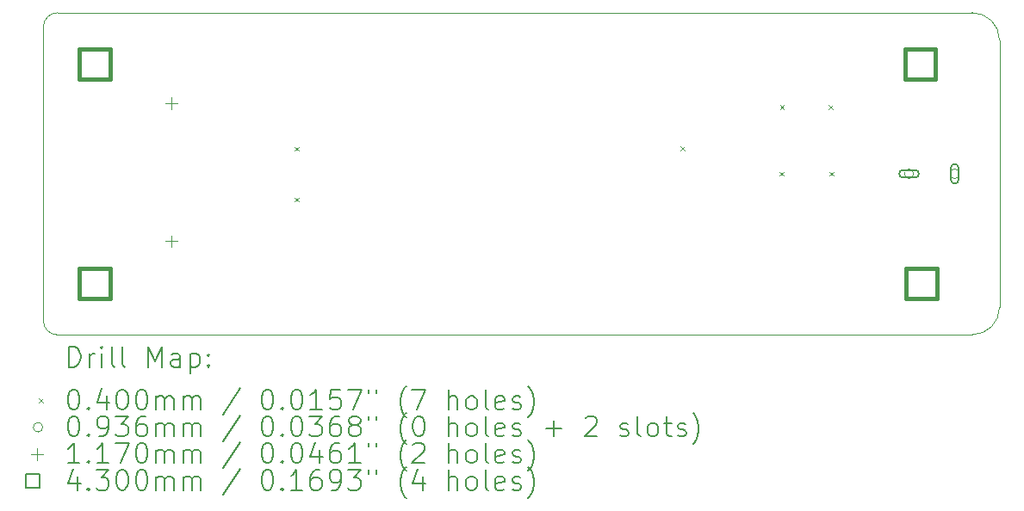
<source format=gbr>
%FSLAX45Y45*%
G04 Gerber Fmt 4.5, Leading zero omitted, Abs format (unit mm)*
G04 Created by KiCad (PCBNEW (6.0.2)) date 2022-08-27 15:51:44*
%MOMM*%
%LPD*%
G01*
G04 APERTURE LIST*
%TA.AperFunction,Profile*%
%ADD10C,0.100000*%
%TD*%
%ADD11C,0.200000*%
%ADD12C,0.040000*%
%ADD13C,0.093560*%
%ADD14C,0.117000*%
%ADD15C,0.430000*%
G04 APERTURE END LIST*
D10*
X10438995Y-11301005D02*
X19430000Y-11300000D01*
X10300000Y-8270000D02*
X10298995Y-11161005D01*
X19700000Y-11030000D02*
X19700000Y-8400000D01*
X19700000Y-8400000D02*
G75*
G03*
X19430000Y-8130000I-270000J0D01*
G01*
X10298995Y-11161005D02*
G75*
G03*
X10438995Y-11301005I140000J0D01*
G01*
X10440000Y-8130000D02*
G75*
G03*
X10300000Y-8270000I0J-140000D01*
G01*
X19430000Y-8130000D02*
X10440000Y-8130000D01*
X19430000Y-11300000D02*
G75*
G03*
X19700000Y-11030000I0J270000D01*
G01*
D11*
D12*
X12770000Y-9450000D02*
X12810000Y-9490000D01*
X12810000Y-9450000D02*
X12770000Y-9490000D01*
X12770000Y-9950000D02*
X12810000Y-9990000D01*
X12810000Y-9950000D02*
X12770000Y-9990000D01*
X16565000Y-9445000D02*
X16605000Y-9485000D01*
X16605000Y-9445000D02*
X16565000Y-9485000D01*
X17534500Y-9695500D02*
X17574500Y-9735500D01*
X17574500Y-9695500D02*
X17534500Y-9735500D01*
X17540000Y-9040000D02*
X17580000Y-9080000D01*
X17580000Y-9040000D02*
X17540000Y-9080000D01*
X18020000Y-9040000D02*
X18060000Y-9080000D01*
X18060000Y-9040000D02*
X18020000Y-9080000D01*
X18026700Y-9695500D02*
X18066700Y-9735500D01*
X18066700Y-9695500D02*
X18026700Y-9735500D01*
D13*
X18856780Y-9715500D02*
G75*
G03*
X18856780Y-9715500I-46780J0D01*
G01*
D11*
X18749200Y-9752280D02*
X18870800Y-9752280D01*
X18749200Y-9678720D02*
X18870800Y-9678720D01*
X18870800Y-9752280D02*
G75*
G03*
X18870800Y-9678720I0J36780D01*
G01*
X18749200Y-9678720D02*
G75*
G03*
X18749200Y-9752280I0J-36780D01*
G01*
D13*
X19306780Y-9715500D02*
G75*
G03*
X19306780Y-9715500I-46780J0D01*
G01*
D11*
X19296780Y-9776300D02*
X19296780Y-9654700D01*
X19223220Y-9776300D02*
X19223220Y-9654700D01*
X19296780Y-9654700D02*
G75*
G03*
X19223220Y-9654700I-36780J0D01*
G01*
X19223220Y-9776300D02*
G75*
G03*
X19296780Y-9776300I36780J0D01*
G01*
D14*
X11557200Y-8962000D02*
X11557200Y-9079000D01*
X11498700Y-9020500D02*
X11615700Y-9020500D01*
X11557200Y-10321000D02*
X11557200Y-10438000D01*
X11498700Y-10379500D02*
X11615700Y-10379500D01*
D15*
X10959729Y-8788029D02*
X10959729Y-8483971D01*
X10655671Y-8483971D01*
X10655671Y-8788029D01*
X10959729Y-8788029D01*
X10959729Y-10947029D02*
X10959729Y-10642971D01*
X10655671Y-10642971D01*
X10655671Y-10947029D01*
X10959729Y-10947029D01*
X19072029Y-8788029D02*
X19072029Y-8483971D01*
X18767971Y-8483971D01*
X18767971Y-8788029D01*
X19072029Y-8788029D01*
X19082029Y-10947029D02*
X19082029Y-10642971D01*
X18777971Y-10642971D01*
X18777971Y-10947029D01*
X19082029Y-10947029D01*
D11*
X10551614Y-11616481D02*
X10551614Y-11416481D01*
X10599233Y-11416481D01*
X10627804Y-11426005D01*
X10646852Y-11445053D01*
X10656376Y-11464100D01*
X10665900Y-11502195D01*
X10665900Y-11530767D01*
X10656376Y-11568862D01*
X10646852Y-11587910D01*
X10627804Y-11606957D01*
X10599233Y-11616481D01*
X10551614Y-11616481D01*
X10751614Y-11616481D02*
X10751614Y-11483148D01*
X10751614Y-11521243D02*
X10761138Y-11502195D01*
X10770662Y-11492672D01*
X10789709Y-11483148D01*
X10808757Y-11483148D01*
X10875423Y-11616481D02*
X10875423Y-11483148D01*
X10875423Y-11416481D02*
X10865900Y-11426005D01*
X10875423Y-11435529D01*
X10884947Y-11426005D01*
X10875423Y-11416481D01*
X10875423Y-11435529D01*
X10999233Y-11616481D02*
X10980185Y-11606957D01*
X10970662Y-11587910D01*
X10970662Y-11416481D01*
X11103995Y-11616481D02*
X11084947Y-11606957D01*
X11075423Y-11587910D01*
X11075423Y-11416481D01*
X11332566Y-11616481D02*
X11332566Y-11416481D01*
X11399233Y-11559338D01*
X11465900Y-11416481D01*
X11465900Y-11616481D01*
X11646852Y-11616481D02*
X11646852Y-11511719D01*
X11637328Y-11492672D01*
X11618281Y-11483148D01*
X11580185Y-11483148D01*
X11561138Y-11492672D01*
X11646852Y-11606957D02*
X11627804Y-11616481D01*
X11580185Y-11616481D01*
X11561138Y-11606957D01*
X11551614Y-11587910D01*
X11551614Y-11568862D01*
X11561138Y-11549815D01*
X11580185Y-11540291D01*
X11627804Y-11540291D01*
X11646852Y-11530767D01*
X11742090Y-11483148D02*
X11742090Y-11683148D01*
X11742090Y-11492672D02*
X11761138Y-11483148D01*
X11799233Y-11483148D01*
X11818281Y-11492672D01*
X11827804Y-11502195D01*
X11837328Y-11521243D01*
X11837328Y-11578386D01*
X11827804Y-11597434D01*
X11818281Y-11606957D01*
X11799233Y-11616481D01*
X11761138Y-11616481D01*
X11742090Y-11606957D01*
X11923042Y-11597434D02*
X11932566Y-11606957D01*
X11923042Y-11616481D01*
X11913519Y-11606957D01*
X11923042Y-11597434D01*
X11923042Y-11616481D01*
X11923042Y-11492672D02*
X11932566Y-11502195D01*
X11923042Y-11511719D01*
X11913519Y-11502195D01*
X11923042Y-11492672D01*
X11923042Y-11511719D01*
D12*
X10253995Y-11926005D02*
X10293995Y-11966005D01*
X10293995Y-11926005D02*
X10253995Y-11966005D01*
D11*
X10589709Y-11836481D02*
X10608757Y-11836481D01*
X10627804Y-11846005D01*
X10637328Y-11855529D01*
X10646852Y-11874576D01*
X10656376Y-11912672D01*
X10656376Y-11960291D01*
X10646852Y-11998386D01*
X10637328Y-12017434D01*
X10627804Y-12026957D01*
X10608757Y-12036481D01*
X10589709Y-12036481D01*
X10570662Y-12026957D01*
X10561138Y-12017434D01*
X10551614Y-11998386D01*
X10542090Y-11960291D01*
X10542090Y-11912672D01*
X10551614Y-11874576D01*
X10561138Y-11855529D01*
X10570662Y-11846005D01*
X10589709Y-11836481D01*
X10742090Y-12017434D02*
X10751614Y-12026957D01*
X10742090Y-12036481D01*
X10732566Y-12026957D01*
X10742090Y-12017434D01*
X10742090Y-12036481D01*
X10923043Y-11903148D02*
X10923043Y-12036481D01*
X10875423Y-11826957D02*
X10827804Y-11969815D01*
X10951614Y-11969815D01*
X11065900Y-11836481D02*
X11084947Y-11836481D01*
X11103995Y-11846005D01*
X11113519Y-11855529D01*
X11123043Y-11874576D01*
X11132566Y-11912672D01*
X11132566Y-11960291D01*
X11123043Y-11998386D01*
X11113519Y-12017434D01*
X11103995Y-12026957D01*
X11084947Y-12036481D01*
X11065900Y-12036481D01*
X11046852Y-12026957D01*
X11037328Y-12017434D01*
X11027804Y-11998386D01*
X11018281Y-11960291D01*
X11018281Y-11912672D01*
X11027804Y-11874576D01*
X11037328Y-11855529D01*
X11046852Y-11846005D01*
X11065900Y-11836481D01*
X11256376Y-11836481D02*
X11275423Y-11836481D01*
X11294471Y-11846005D01*
X11303995Y-11855529D01*
X11313519Y-11874576D01*
X11323042Y-11912672D01*
X11323042Y-11960291D01*
X11313519Y-11998386D01*
X11303995Y-12017434D01*
X11294471Y-12026957D01*
X11275423Y-12036481D01*
X11256376Y-12036481D01*
X11237328Y-12026957D01*
X11227804Y-12017434D01*
X11218281Y-11998386D01*
X11208757Y-11960291D01*
X11208757Y-11912672D01*
X11218281Y-11874576D01*
X11227804Y-11855529D01*
X11237328Y-11846005D01*
X11256376Y-11836481D01*
X11408757Y-12036481D02*
X11408757Y-11903148D01*
X11408757Y-11922195D02*
X11418281Y-11912672D01*
X11437328Y-11903148D01*
X11465900Y-11903148D01*
X11484947Y-11912672D01*
X11494471Y-11931719D01*
X11494471Y-12036481D01*
X11494471Y-11931719D02*
X11503995Y-11912672D01*
X11523042Y-11903148D01*
X11551614Y-11903148D01*
X11570661Y-11912672D01*
X11580185Y-11931719D01*
X11580185Y-12036481D01*
X11675423Y-12036481D02*
X11675423Y-11903148D01*
X11675423Y-11922195D02*
X11684947Y-11912672D01*
X11703995Y-11903148D01*
X11732566Y-11903148D01*
X11751614Y-11912672D01*
X11761138Y-11931719D01*
X11761138Y-12036481D01*
X11761138Y-11931719D02*
X11770661Y-11912672D01*
X11789709Y-11903148D01*
X11818281Y-11903148D01*
X11837328Y-11912672D01*
X11846852Y-11931719D01*
X11846852Y-12036481D01*
X12237328Y-11826957D02*
X12065900Y-12084100D01*
X12494471Y-11836481D02*
X12513519Y-11836481D01*
X12532566Y-11846005D01*
X12542090Y-11855529D01*
X12551614Y-11874576D01*
X12561138Y-11912672D01*
X12561138Y-11960291D01*
X12551614Y-11998386D01*
X12542090Y-12017434D01*
X12532566Y-12026957D01*
X12513519Y-12036481D01*
X12494471Y-12036481D01*
X12475423Y-12026957D01*
X12465900Y-12017434D01*
X12456376Y-11998386D01*
X12446852Y-11960291D01*
X12446852Y-11912672D01*
X12456376Y-11874576D01*
X12465900Y-11855529D01*
X12475423Y-11846005D01*
X12494471Y-11836481D01*
X12646852Y-12017434D02*
X12656376Y-12026957D01*
X12646852Y-12036481D01*
X12637328Y-12026957D01*
X12646852Y-12017434D01*
X12646852Y-12036481D01*
X12780185Y-11836481D02*
X12799233Y-11836481D01*
X12818281Y-11846005D01*
X12827804Y-11855529D01*
X12837328Y-11874576D01*
X12846852Y-11912672D01*
X12846852Y-11960291D01*
X12837328Y-11998386D01*
X12827804Y-12017434D01*
X12818281Y-12026957D01*
X12799233Y-12036481D01*
X12780185Y-12036481D01*
X12761138Y-12026957D01*
X12751614Y-12017434D01*
X12742090Y-11998386D01*
X12732566Y-11960291D01*
X12732566Y-11912672D01*
X12742090Y-11874576D01*
X12751614Y-11855529D01*
X12761138Y-11846005D01*
X12780185Y-11836481D01*
X13037328Y-12036481D02*
X12923042Y-12036481D01*
X12980185Y-12036481D02*
X12980185Y-11836481D01*
X12961138Y-11865053D01*
X12942090Y-11884100D01*
X12923042Y-11893624D01*
X13218281Y-11836481D02*
X13123042Y-11836481D01*
X13113519Y-11931719D01*
X13123042Y-11922195D01*
X13142090Y-11912672D01*
X13189709Y-11912672D01*
X13208757Y-11922195D01*
X13218281Y-11931719D01*
X13227804Y-11950767D01*
X13227804Y-11998386D01*
X13218281Y-12017434D01*
X13208757Y-12026957D01*
X13189709Y-12036481D01*
X13142090Y-12036481D01*
X13123042Y-12026957D01*
X13113519Y-12017434D01*
X13294471Y-11836481D02*
X13427804Y-11836481D01*
X13342090Y-12036481D01*
X13494471Y-11836481D02*
X13494471Y-11874576D01*
X13570661Y-11836481D02*
X13570661Y-11874576D01*
X13865900Y-12112672D02*
X13856376Y-12103148D01*
X13837328Y-12074576D01*
X13827804Y-12055529D01*
X13818281Y-12026957D01*
X13808757Y-11979338D01*
X13808757Y-11941243D01*
X13818281Y-11893624D01*
X13827804Y-11865053D01*
X13837328Y-11846005D01*
X13856376Y-11817434D01*
X13865900Y-11807910D01*
X13923042Y-11836481D02*
X14056376Y-11836481D01*
X13970661Y-12036481D01*
X14284947Y-12036481D02*
X14284947Y-11836481D01*
X14370661Y-12036481D02*
X14370661Y-11931719D01*
X14361138Y-11912672D01*
X14342090Y-11903148D01*
X14313519Y-11903148D01*
X14294471Y-11912672D01*
X14284947Y-11922195D01*
X14494471Y-12036481D02*
X14475423Y-12026957D01*
X14465900Y-12017434D01*
X14456376Y-11998386D01*
X14456376Y-11941243D01*
X14465900Y-11922195D01*
X14475423Y-11912672D01*
X14494471Y-11903148D01*
X14523042Y-11903148D01*
X14542090Y-11912672D01*
X14551614Y-11922195D01*
X14561138Y-11941243D01*
X14561138Y-11998386D01*
X14551614Y-12017434D01*
X14542090Y-12026957D01*
X14523042Y-12036481D01*
X14494471Y-12036481D01*
X14675423Y-12036481D02*
X14656376Y-12026957D01*
X14646852Y-12007910D01*
X14646852Y-11836481D01*
X14827804Y-12026957D02*
X14808757Y-12036481D01*
X14770661Y-12036481D01*
X14751614Y-12026957D01*
X14742090Y-12007910D01*
X14742090Y-11931719D01*
X14751614Y-11912672D01*
X14770661Y-11903148D01*
X14808757Y-11903148D01*
X14827804Y-11912672D01*
X14837328Y-11931719D01*
X14837328Y-11950767D01*
X14742090Y-11969815D01*
X14913519Y-12026957D02*
X14932566Y-12036481D01*
X14970661Y-12036481D01*
X14989709Y-12026957D01*
X14999233Y-12007910D01*
X14999233Y-11998386D01*
X14989709Y-11979338D01*
X14970661Y-11969815D01*
X14942090Y-11969815D01*
X14923042Y-11960291D01*
X14913519Y-11941243D01*
X14913519Y-11931719D01*
X14923042Y-11912672D01*
X14942090Y-11903148D01*
X14970661Y-11903148D01*
X14989709Y-11912672D01*
X15065900Y-12112672D02*
X15075423Y-12103148D01*
X15094471Y-12074576D01*
X15103995Y-12055529D01*
X15113519Y-12026957D01*
X15123042Y-11979338D01*
X15123042Y-11941243D01*
X15113519Y-11893624D01*
X15103995Y-11865053D01*
X15094471Y-11846005D01*
X15075423Y-11817434D01*
X15065900Y-11807910D01*
D13*
X10293995Y-12210005D02*
G75*
G03*
X10293995Y-12210005I-46780J0D01*
G01*
D11*
X10589709Y-12100481D02*
X10608757Y-12100481D01*
X10627804Y-12110005D01*
X10637328Y-12119529D01*
X10646852Y-12138576D01*
X10656376Y-12176672D01*
X10656376Y-12224291D01*
X10646852Y-12262386D01*
X10637328Y-12281434D01*
X10627804Y-12290957D01*
X10608757Y-12300481D01*
X10589709Y-12300481D01*
X10570662Y-12290957D01*
X10561138Y-12281434D01*
X10551614Y-12262386D01*
X10542090Y-12224291D01*
X10542090Y-12176672D01*
X10551614Y-12138576D01*
X10561138Y-12119529D01*
X10570662Y-12110005D01*
X10589709Y-12100481D01*
X10742090Y-12281434D02*
X10751614Y-12290957D01*
X10742090Y-12300481D01*
X10732566Y-12290957D01*
X10742090Y-12281434D01*
X10742090Y-12300481D01*
X10846852Y-12300481D02*
X10884947Y-12300481D01*
X10903995Y-12290957D01*
X10913519Y-12281434D01*
X10932566Y-12252862D01*
X10942090Y-12214767D01*
X10942090Y-12138576D01*
X10932566Y-12119529D01*
X10923043Y-12110005D01*
X10903995Y-12100481D01*
X10865900Y-12100481D01*
X10846852Y-12110005D01*
X10837328Y-12119529D01*
X10827804Y-12138576D01*
X10827804Y-12186195D01*
X10837328Y-12205243D01*
X10846852Y-12214767D01*
X10865900Y-12224291D01*
X10903995Y-12224291D01*
X10923043Y-12214767D01*
X10932566Y-12205243D01*
X10942090Y-12186195D01*
X11008757Y-12100481D02*
X11132566Y-12100481D01*
X11065900Y-12176672D01*
X11094471Y-12176672D01*
X11113519Y-12186195D01*
X11123043Y-12195719D01*
X11132566Y-12214767D01*
X11132566Y-12262386D01*
X11123043Y-12281434D01*
X11113519Y-12290957D01*
X11094471Y-12300481D01*
X11037328Y-12300481D01*
X11018281Y-12290957D01*
X11008757Y-12281434D01*
X11303995Y-12100481D02*
X11265900Y-12100481D01*
X11246852Y-12110005D01*
X11237328Y-12119529D01*
X11218281Y-12148100D01*
X11208757Y-12186195D01*
X11208757Y-12262386D01*
X11218281Y-12281434D01*
X11227804Y-12290957D01*
X11246852Y-12300481D01*
X11284947Y-12300481D01*
X11303995Y-12290957D01*
X11313519Y-12281434D01*
X11323042Y-12262386D01*
X11323042Y-12214767D01*
X11313519Y-12195719D01*
X11303995Y-12186195D01*
X11284947Y-12176672D01*
X11246852Y-12176672D01*
X11227804Y-12186195D01*
X11218281Y-12195719D01*
X11208757Y-12214767D01*
X11408757Y-12300481D02*
X11408757Y-12167148D01*
X11408757Y-12186195D02*
X11418281Y-12176672D01*
X11437328Y-12167148D01*
X11465900Y-12167148D01*
X11484947Y-12176672D01*
X11494471Y-12195719D01*
X11494471Y-12300481D01*
X11494471Y-12195719D02*
X11503995Y-12176672D01*
X11523042Y-12167148D01*
X11551614Y-12167148D01*
X11570661Y-12176672D01*
X11580185Y-12195719D01*
X11580185Y-12300481D01*
X11675423Y-12300481D02*
X11675423Y-12167148D01*
X11675423Y-12186195D02*
X11684947Y-12176672D01*
X11703995Y-12167148D01*
X11732566Y-12167148D01*
X11751614Y-12176672D01*
X11761138Y-12195719D01*
X11761138Y-12300481D01*
X11761138Y-12195719D02*
X11770661Y-12176672D01*
X11789709Y-12167148D01*
X11818281Y-12167148D01*
X11837328Y-12176672D01*
X11846852Y-12195719D01*
X11846852Y-12300481D01*
X12237328Y-12090957D02*
X12065900Y-12348100D01*
X12494471Y-12100481D02*
X12513519Y-12100481D01*
X12532566Y-12110005D01*
X12542090Y-12119529D01*
X12551614Y-12138576D01*
X12561138Y-12176672D01*
X12561138Y-12224291D01*
X12551614Y-12262386D01*
X12542090Y-12281434D01*
X12532566Y-12290957D01*
X12513519Y-12300481D01*
X12494471Y-12300481D01*
X12475423Y-12290957D01*
X12465900Y-12281434D01*
X12456376Y-12262386D01*
X12446852Y-12224291D01*
X12446852Y-12176672D01*
X12456376Y-12138576D01*
X12465900Y-12119529D01*
X12475423Y-12110005D01*
X12494471Y-12100481D01*
X12646852Y-12281434D02*
X12656376Y-12290957D01*
X12646852Y-12300481D01*
X12637328Y-12290957D01*
X12646852Y-12281434D01*
X12646852Y-12300481D01*
X12780185Y-12100481D02*
X12799233Y-12100481D01*
X12818281Y-12110005D01*
X12827804Y-12119529D01*
X12837328Y-12138576D01*
X12846852Y-12176672D01*
X12846852Y-12224291D01*
X12837328Y-12262386D01*
X12827804Y-12281434D01*
X12818281Y-12290957D01*
X12799233Y-12300481D01*
X12780185Y-12300481D01*
X12761138Y-12290957D01*
X12751614Y-12281434D01*
X12742090Y-12262386D01*
X12732566Y-12224291D01*
X12732566Y-12176672D01*
X12742090Y-12138576D01*
X12751614Y-12119529D01*
X12761138Y-12110005D01*
X12780185Y-12100481D01*
X12913519Y-12100481D02*
X13037328Y-12100481D01*
X12970661Y-12176672D01*
X12999233Y-12176672D01*
X13018281Y-12186195D01*
X13027804Y-12195719D01*
X13037328Y-12214767D01*
X13037328Y-12262386D01*
X13027804Y-12281434D01*
X13018281Y-12290957D01*
X12999233Y-12300481D01*
X12942090Y-12300481D01*
X12923042Y-12290957D01*
X12913519Y-12281434D01*
X13208757Y-12100481D02*
X13170661Y-12100481D01*
X13151614Y-12110005D01*
X13142090Y-12119529D01*
X13123042Y-12148100D01*
X13113519Y-12186195D01*
X13113519Y-12262386D01*
X13123042Y-12281434D01*
X13132566Y-12290957D01*
X13151614Y-12300481D01*
X13189709Y-12300481D01*
X13208757Y-12290957D01*
X13218281Y-12281434D01*
X13227804Y-12262386D01*
X13227804Y-12214767D01*
X13218281Y-12195719D01*
X13208757Y-12186195D01*
X13189709Y-12176672D01*
X13151614Y-12176672D01*
X13132566Y-12186195D01*
X13123042Y-12195719D01*
X13113519Y-12214767D01*
X13342090Y-12186195D02*
X13323042Y-12176672D01*
X13313519Y-12167148D01*
X13303995Y-12148100D01*
X13303995Y-12138576D01*
X13313519Y-12119529D01*
X13323042Y-12110005D01*
X13342090Y-12100481D01*
X13380185Y-12100481D01*
X13399233Y-12110005D01*
X13408757Y-12119529D01*
X13418281Y-12138576D01*
X13418281Y-12148100D01*
X13408757Y-12167148D01*
X13399233Y-12176672D01*
X13380185Y-12186195D01*
X13342090Y-12186195D01*
X13323042Y-12195719D01*
X13313519Y-12205243D01*
X13303995Y-12224291D01*
X13303995Y-12262386D01*
X13313519Y-12281434D01*
X13323042Y-12290957D01*
X13342090Y-12300481D01*
X13380185Y-12300481D01*
X13399233Y-12290957D01*
X13408757Y-12281434D01*
X13418281Y-12262386D01*
X13418281Y-12224291D01*
X13408757Y-12205243D01*
X13399233Y-12195719D01*
X13380185Y-12186195D01*
X13494471Y-12100481D02*
X13494471Y-12138576D01*
X13570661Y-12100481D02*
X13570661Y-12138576D01*
X13865900Y-12376672D02*
X13856376Y-12367148D01*
X13837328Y-12338576D01*
X13827804Y-12319529D01*
X13818281Y-12290957D01*
X13808757Y-12243338D01*
X13808757Y-12205243D01*
X13818281Y-12157624D01*
X13827804Y-12129053D01*
X13837328Y-12110005D01*
X13856376Y-12081434D01*
X13865900Y-12071910D01*
X13980185Y-12100481D02*
X13999233Y-12100481D01*
X14018281Y-12110005D01*
X14027804Y-12119529D01*
X14037328Y-12138576D01*
X14046852Y-12176672D01*
X14046852Y-12224291D01*
X14037328Y-12262386D01*
X14027804Y-12281434D01*
X14018281Y-12290957D01*
X13999233Y-12300481D01*
X13980185Y-12300481D01*
X13961138Y-12290957D01*
X13951614Y-12281434D01*
X13942090Y-12262386D01*
X13932566Y-12224291D01*
X13932566Y-12176672D01*
X13942090Y-12138576D01*
X13951614Y-12119529D01*
X13961138Y-12110005D01*
X13980185Y-12100481D01*
X14284947Y-12300481D02*
X14284947Y-12100481D01*
X14370661Y-12300481D02*
X14370661Y-12195719D01*
X14361138Y-12176672D01*
X14342090Y-12167148D01*
X14313519Y-12167148D01*
X14294471Y-12176672D01*
X14284947Y-12186195D01*
X14494471Y-12300481D02*
X14475423Y-12290957D01*
X14465900Y-12281434D01*
X14456376Y-12262386D01*
X14456376Y-12205243D01*
X14465900Y-12186195D01*
X14475423Y-12176672D01*
X14494471Y-12167148D01*
X14523042Y-12167148D01*
X14542090Y-12176672D01*
X14551614Y-12186195D01*
X14561138Y-12205243D01*
X14561138Y-12262386D01*
X14551614Y-12281434D01*
X14542090Y-12290957D01*
X14523042Y-12300481D01*
X14494471Y-12300481D01*
X14675423Y-12300481D02*
X14656376Y-12290957D01*
X14646852Y-12271910D01*
X14646852Y-12100481D01*
X14827804Y-12290957D02*
X14808757Y-12300481D01*
X14770661Y-12300481D01*
X14751614Y-12290957D01*
X14742090Y-12271910D01*
X14742090Y-12195719D01*
X14751614Y-12176672D01*
X14770661Y-12167148D01*
X14808757Y-12167148D01*
X14827804Y-12176672D01*
X14837328Y-12195719D01*
X14837328Y-12214767D01*
X14742090Y-12233815D01*
X14913519Y-12290957D02*
X14932566Y-12300481D01*
X14970661Y-12300481D01*
X14989709Y-12290957D01*
X14999233Y-12271910D01*
X14999233Y-12262386D01*
X14989709Y-12243338D01*
X14970661Y-12233815D01*
X14942090Y-12233815D01*
X14923042Y-12224291D01*
X14913519Y-12205243D01*
X14913519Y-12195719D01*
X14923042Y-12176672D01*
X14942090Y-12167148D01*
X14970661Y-12167148D01*
X14989709Y-12176672D01*
X15237328Y-12224291D02*
X15389709Y-12224291D01*
X15313519Y-12300481D02*
X15313519Y-12148100D01*
X15627804Y-12119529D02*
X15637328Y-12110005D01*
X15656376Y-12100481D01*
X15703995Y-12100481D01*
X15723042Y-12110005D01*
X15732566Y-12119529D01*
X15742090Y-12138576D01*
X15742090Y-12157624D01*
X15732566Y-12186195D01*
X15618281Y-12300481D01*
X15742090Y-12300481D01*
X15970661Y-12290957D02*
X15989709Y-12300481D01*
X16027804Y-12300481D01*
X16046852Y-12290957D01*
X16056376Y-12271910D01*
X16056376Y-12262386D01*
X16046852Y-12243338D01*
X16027804Y-12233815D01*
X15999233Y-12233815D01*
X15980185Y-12224291D01*
X15970661Y-12205243D01*
X15970661Y-12195719D01*
X15980185Y-12176672D01*
X15999233Y-12167148D01*
X16027804Y-12167148D01*
X16046852Y-12176672D01*
X16170661Y-12300481D02*
X16151614Y-12290957D01*
X16142090Y-12271910D01*
X16142090Y-12100481D01*
X16275423Y-12300481D02*
X16256376Y-12290957D01*
X16246852Y-12281434D01*
X16237328Y-12262386D01*
X16237328Y-12205243D01*
X16246852Y-12186195D01*
X16256376Y-12176672D01*
X16275423Y-12167148D01*
X16303995Y-12167148D01*
X16323042Y-12176672D01*
X16332566Y-12186195D01*
X16342090Y-12205243D01*
X16342090Y-12262386D01*
X16332566Y-12281434D01*
X16323042Y-12290957D01*
X16303995Y-12300481D01*
X16275423Y-12300481D01*
X16399233Y-12167148D02*
X16475423Y-12167148D01*
X16427804Y-12100481D02*
X16427804Y-12271910D01*
X16437328Y-12290957D01*
X16456376Y-12300481D01*
X16475423Y-12300481D01*
X16532566Y-12290957D02*
X16551614Y-12300481D01*
X16589709Y-12300481D01*
X16608757Y-12290957D01*
X16618281Y-12271910D01*
X16618281Y-12262386D01*
X16608757Y-12243338D01*
X16589709Y-12233815D01*
X16561138Y-12233815D01*
X16542090Y-12224291D01*
X16532566Y-12205243D01*
X16532566Y-12195719D01*
X16542090Y-12176672D01*
X16561138Y-12167148D01*
X16589709Y-12167148D01*
X16608757Y-12176672D01*
X16684947Y-12376672D02*
X16694471Y-12367148D01*
X16713519Y-12338576D01*
X16723042Y-12319529D01*
X16732566Y-12290957D01*
X16742090Y-12243338D01*
X16742090Y-12205243D01*
X16732566Y-12157624D01*
X16723042Y-12129053D01*
X16713519Y-12110005D01*
X16694471Y-12081434D01*
X16684947Y-12071910D01*
D14*
X10235495Y-12415505D02*
X10235495Y-12532505D01*
X10176995Y-12474005D02*
X10293995Y-12474005D01*
D11*
X10656376Y-12564481D02*
X10542090Y-12564481D01*
X10599233Y-12564481D02*
X10599233Y-12364481D01*
X10580185Y-12393053D01*
X10561138Y-12412100D01*
X10542090Y-12421624D01*
X10742090Y-12545434D02*
X10751614Y-12554957D01*
X10742090Y-12564481D01*
X10732566Y-12554957D01*
X10742090Y-12545434D01*
X10742090Y-12564481D01*
X10942090Y-12564481D02*
X10827804Y-12564481D01*
X10884947Y-12564481D02*
X10884947Y-12364481D01*
X10865900Y-12393053D01*
X10846852Y-12412100D01*
X10827804Y-12421624D01*
X11008757Y-12364481D02*
X11142090Y-12364481D01*
X11056376Y-12564481D01*
X11256376Y-12364481D02*
X11275423Y-12364481D01*
X11294471Y-12374005D01*
X11303995Y-12383529D01*
X11313519Y-12402576D01*
X11323042Y-12440672D01*
X11323042Y-12488291D01*
X11313519Y-12526386D01*
X11303995Y-12545434D01*
X11294471Y-12554957D01*
X11275423Y-12564481D01*
X11256376Y-12564481D01*
X11237328Y-12554957D01*
X11227804Y-12545434D01*
X11218281Y-12526386D01*
X11208757Y-12488291D01*
X11208757Y-12440672D01*
X11218281Y-12402576D01*
X11227804Y-12383529D01*
X11237328Y-12374005D01*
X11256376Y-12364481D01*
X11408757Y-12564481D02*
X11408757Y-12431148D01*
X11408757Y-12450195D02*
X11418281Y-12440672D01*
X11437328Y-12431148D01*
X11465900Y-12431148D01*
X11484947Y-12440672D01*
X11494471Y-12459719D01*
X11494471Y-12564481D01*
X11494471Y-12459719D02*
X11503995Y-12440672D01*
X11523042Y-12431148D01*
X11551614Y-12431148D01*
X11570661Y-12440672D01*
X11580185Y-12459719D01*
X11580185Y-12564481D01*
X11675423Y-12564481D02*
X11675423Y-12431148D01*
X11675423Y-12450195D02*
X11684947Y-12440672D01*
X11703995Y-12431148D01*
X11732566Y-12431148D01*
X11751614Y-12440672D01*
X11761138Y-12459719D01*
X11761138Y-12564481D01*
X11761138Y-12459719D02*
X11770661Y-12440672D01*
X11789709Y-12431148D01*
X11818281Y-12431148D01*
X11837328Y-12440672D01*
X11846852Y-12459719D01*
X11846852Y-12564481D01*
X12237328Y-12354957D02*
X12065900Y-12612100D01*
X12494471Y-12364481D02*
X12513519Y-12364481D01*
X12532566Y-12374005D01*
X12542090Y-12383529D01*
X12551614Y-12402576D01*
X12561138Y-12440672D01*
X12561138Y-12488291D01*
X12551614Y-12526386D01*
X12542090Y-12545434D01*
X12532566Y-12554957D01*
X12513519Y-12564481D01*
X12494471Y-12564481D01*
X12475423Y-12554957D01*
X12465900Y-12545434D01*
X12456376Y-12526386D01*
X12446852Y-12488291D01*
X12446852Y-12440672D01*
X12456376Y-12402576D01*
X12465900Y-12383529D01*
X12475423Y-12374005D01*
X12494471Y-12364481D01*
X12646852Y-12545434D02*
X12656376Y-12554957D01*
X12646852Y-12564481D01*
X12637328Y-12554957D01*
X12646852Y-12545434D01*
X12646852Y-12564481D01*
X12780185Y-12364481D02*
X12799233Y-12364481D01*
X12818281Y-12374005D01*
X12827804Y-12383529D01*
X12837328Y-12402576D01*
X12846852Y-12440672D01*
X12846852Y-12488291D01*
X12837328Y-12526386D01*
X12827804Y-12545434D01*
X12818281Y-12554957D01*
X12799233Y-12564481D01*
X12780185Y-12564481D01*
X12761138Y-12554957D01*
X12751614Y-12545434D01*
X12742090Y-12526386D01*
X12732566Y-12488291D01*
X12732566Y-12440672D01*
X12742090Y-12402576D01*
X12751614Y-12383529D01*
X12761138Y-12374005D01*
X12780185Y-12364481D01*
X13018281Y-12431148D02*
X13018281Y-12564481D01*
X12970661Y-12354957D02*
X12923042Y-12497815D01*
X13046852Y-12497815D01*
X13208757Y-12364481D02*
X13170661Y-12364481D01*
X13151614Y-12374005D01*
X13142090Y-12383529D01*
X13123042Y-12412100D01*
X13113519Y-12450195D01*
X13113519Y-12526386D01*
X13123042Y-12545434D01*
X13132566Y-12554957D01*
X13151614Y-12564481D01*
X13189709Y-12564481D01*
X13208757Y-12554957D01*
X13218281Y-12545434D01*
X13227804Y-12526386D01*
X13227804Y-12478767D01*
X13218281Y-12459719D01*
X13208757Y-12450195D01*
X13189709Y-12440672D01*
X13151614Y-12440672D01*
X13132566Y-12450195D01*
X13123042Y-12459719D01*
X13113519Y-12478767D01*
X13418281Y-12564481D02*
X13303995Y-12564481D01*
X13361138Y-12564481D02*
X13361138Y-12364481D01*
X13342090Y-12393053D01*
X13323042Y-12412100D01*
X13303995Y-12421624D01*
X13494471Y-12364481D02*
X13494471Y-12402576D01*
X13570661Y-12364481D02*
X13570661Y-12402576D01*
X13865900Y-12640672D02*
X13856376Y-12631148D01*
X13837328Y-12602576D01*
X13827804Y-12583529D01*
X13818281Y-12554957D01*
X13808757Y-12507338D01*
X13808757Y-12469243D01*
X13818281Y-12421624D01*
X13827804Y-12393053D01*
X13837328Y-12374005D01*
X13856376Y-12345434D01*
X13865900Y-12335910D01*
X13932566Y-12383529D02*
X13942090Y-12374005D01*
X13961138Y-12364481D01*
X14008757Y-12364481D01*
X14027804Y-12374005D01*
X14037328Y-12383529D01*
X14046852Y-12402576D01*
X14046852Y-12421624D01*
X14037328Y-12450195D01*
X13923042Y-12564481D01*
X14046852Y-12564481D01*
X14284947Y-12564481D02*
X14284947Y-12364481D01*
X14370661Y-12564481D02*
X14370661Y-12459719D01*
X14361138Y-12440672D01*
X14342090Y-12431148D01*
X14313519Y-12431148D01*
X14294471Y-12440672D01*
X14284947Y-12450195D01*
X14494471Y-12564481D02*
X14475423Y-12554957D01*
X14465900Y-12545434D01*
X14456376Y-12526386D01*
X14456376Y-12469243D01*
X14465900Y-12450195D01*
X14475423Y-12440672D01*
X14494471Y-12431148D01*
X14523042Y-12431148D01*
X14542090Y-12440672D01*
X14551614Y-12450195D01*
X14561138Y-12469243D01*
X14561138Y-12526386D01*
X14551614Y-12545434D01*
X14542090Y-12554957D01*
X14523042Y-12564481D01*
X14494471Y-12564481D01*
X14675423Y-12564481D02*
X14656376Y-12554957D01*
X14646852Y-12535910D01*
X14646852Y-12364481D01*
X14827804Y-12554957D02*
X14808757Y-12564481D01*
X14770661Y-12564481D01*
X14751614Y-12554957D01*
X14742090Y-12535910D01*
X14742090Y-12459719D01*
X14751614Y-12440672D01*
X14770661Y-12431148D01*
X14808757Y-12431148D01*
X14827804Y-12440672D01*
X14837328Y-12459719D01*
X14837328Y-12478767D01*
X14742090Y-12497815D01*
X14913519Y-12554957D02*
X14932566Y-12564481D01*
X14970661Y-12564481D01*
X14989709Y-12554957D01*
X14999233Y-12535910D01*
X14999233Y-12526386D01*
X14989709Y-12507338D01*
X14970661Y-12497815D01*
X14942090Y-12497815D01*
X14923042Y-12488291D01*
X14913519Y-12469243D01*
X14913519Y-12459719D01*
X14923042Y-12440672D01*
X14942090Y-12431148D01*
X14970661Y-12431148D01*
X14989709Y-12440672D01*
X15065900Y-12640672D02*
X15075423Y-12631148D01*
X15094471Y-12602576D01*
X15103995Y-12583529D01*
X15113519Y-12554957D01*
X15123042Y-12507338D01*
X15123042Y-12469243D01*
X15113519Y-12421624D01*
X15103995Y-12393053D01*
X15094471Y-12374005D01*
X15075423Y-12345434D01*
X15065900Y-12335910D01*
X10264706Y-12808716D02*
X10264706Y-12667294D01*
X10123284Y-12667294D01*
X10123284Y-12808716D01*
X10264706Y-12808716D01*
X10637328Y-12695148D02*
X10637328Y-12828481D01*
X10589709Y-12618957D02*
X10542090Y-12761815D01*
X10665900Y-12761815D01*
X10742090Y-12809434D02*
X10751614Y-12818957D01*
X10742090Y-12828481D01*
X10732566Y-12818957D01*
X10742090Y-12809434D01*
X10742090Y-12828481D01*
X10818281Y-12628481D02*
X10942090Y-12628481D01*
X10875423Y-12704672D01*
X10903995Y-12704672D01*
X10923043Y-12714195D01*
X10932566Y-12723719D01*
X10942090Y-12742767D01*
X10942090Y-12790386D01*
X10932566Y-12809434D01*
X10923043Y-12818957D01*
X10903995Y-12828481D01*
X10846852Y-12828481D01*
X10827804Y-12818957D01*
X10818281Y-12809434D01*
X11065900Y-12628481D02*
X11084947Y-12628481D01*
X11103995Y-12638005D01*
X11113519Y-12647529D01*
X11123043Y-12666576D01*
X11132566Y-12704672D01*
X11132566Y-12752291D01*
X11123043Y-12790386D01*
X11113519Y-12809434D01*
X11103995Y-12818957D01*
X11084947Y-12828481D01*
X11065900Y-12828481D01*
X11046852Y-12818957D01*
X11037328Y-12809434D01*
X11027804Y-12790386D01*
X11018281Y-12752291D01*
X11018281Y-12704672D01*
X11027804Y-12666576D01*
X11037328Y-12647529D01*
X11046852Y-12638005D01*
X11065900Y-12628481D01*
X11256376Y-12628481D02*
X11275423Y-12628481D01*
X11294471Y-12638005D01*
X11303995Y-12647529D01*
X11313519Y-12666576D01*
X11323042Y-12704672D01*
X11323042Y-12752291D01*
X11313519Y-12790386D01*
X11303995Y-12809434D01*
X11294471Y-12818957D01*
X11275423Y-12828481D01*
X11256376Y-12828481D01*
X11237328Y-12818957D01*
X11227804Y-12809434D01*
X11218281Y-12790386D01*
X11208757Y-12752291D01*
X11208757Y-12704672D01*
X11218281Y-12666576D01*
X11227804Y-12647529D01*
X11237328Y-12638005D01*
X11256376Y-12628481D01*
X11408757Y-12828481D02*
X11408757Y-12695148D01*
X11408757Y-12714195D02*
X11418281Y-12704672D01*
X11437328Y-12695148D01*
X11465900Y-12695148D01*
X11484947Y-12704672D01*
X11494471Y-12723719D01*
X11494471Y-12828481D01*
X11494471Y-12723719D02*
X11503995Y-12704672D01*
X11523042Y-12695148D01*
X11551614Y-12695148D01*
X11570661Y-12704672D01*
X11580185Y-12723719D01*
X11580185Y-12828481D01*
X11675423Y-12828481D02*
X11675423Y-12695148D01*
X11675423Y-12714195D02*
X11684947Y-12704672D01*
X11703995Y-12695148D01*
X11732566Y-12695148D01*
X11751614Y-12704672D01*
X11761138Y-12723719D01*
X11761138Y-12828481D01*
X11761138Y-12723719D02*
X11770661Y-12704672D01*
X11789709Y-12695148D01*
X11818281Y-12695148D01*
X11837328Y-12704672D01*
X11846852Y-12723719D01*
X11846852Y-12828481D01*
X12237328Y-12618957D02*
X12065900Y-12876100D01*
X12494471Y-12628481D02*
X12513519Y-12628481D01*
X12532566Y-12638005D01*
X12542090Y-12647529D01*
X12551614Y-12666576D01*
X12561138Y-12704672D01*
X12561138Y-12752291D01*
X12551614Y-12790386D01*
X12542090Y-12809434D01*
X12532566Y-12818957D01*
X12513519Y-12828481D01*
X12494471Y-12828481D01*
X12475423Y-12818957D01*
X12465900Y-12809434D01*
X12456376Y-12790386D01*
X12446852Y-12752291D01*
X12446852Y-12704672D01*
X12456376Y-12666576D01*
X12465900Y-12647529D01*
X12475423Y-12638005D01*
X12494471Y-12628481D01*
X12646852Y-12809434D02*
X12656376Y-12818957D01*
X12646852Y-12828481D01*
X12637328Y-12818957D01*
X12646852Y-12809434D01*
X12646852Y-12828481D01*
X12846852Y-12828481D02*
X12732566Y-12828481D01*
X12789709Y-12828481D02*
X12789709Y-12628481D01*
X12770661Y-12657053D01*
X12751614Y-12676100D01*
X12732566Y-12685624D01*
X13018281Y-12628481D02*
X12980185Y-12628481D01*
X12961138Y-12638005D01*
X12951614Y-12647529D01*
X12932566Y-12676100D01*
X12923042Y-12714195D01*
X12923042Y-12790386D01*
X12932566Y-12809434D01*
X12942090Y-12818957D01*
X12961138Y-12828481D01*
X12999233Y-12828481D01*
X13018281Y-12818957D01*
X13027804Y-12809434D01*
X13037328Y-12790386D01*
X13037328Y-12742767D01*
X13027804Y-12723719D01*
X13018281Y-12714195D01*
X12999233Y-12704672D01*
X12961138Y-12704672D01*
X12942090Y-12714195D01*
X12932566Y-12723719D01*
X12923042Y-12742767D01*
X13132566Y-12828481D02*
X13170661Y-12828481D01*
X13189709Y-12818957D01*
X13199233Y-12809434D01*
X13218281Y-12780862D01*
X13227804Y-12742767D01*
X13227804Y-12666576D01*
X13218281Y-12647529D01*
X13208757Y-12638005D01*
X13189709Y-12628481D01*
X13151614Y-12628481D01*
X13132566Y-12638005D01*
X13123042Y-12647529D01*
X13113519Y-12666576D01*
X13113519Y-12714195D01*
X13123042Y-12733243D01*
X13132566Y-12742767D01*
X13151614Y-12752291D01*
X13189709Y-12752291D01*
X13208757Y-12742767D01*
X13218281Y-12733243D01*
X13227804Y-12714195D01*
X13294471Y-12628481D02*
X13418281Y-12628481D01*
X13351614Y-12704672D01*
X13380185Y-12704672D01*
X13399233Y-12714195D01*
X13408757Y-12723719D01*
X13418281Y-12742767D01*
X13418281Y-12790386D01*
X13408757Y-12809434D01*
X13399233Y-12818957D01*
X13380185Y-12828481D01*
X13323042Y-12828481D01*
X13303995Y-12818957D01*
X13294471Y-12809434D01*
X13494471Y-12628481D02*
X13494471Y-12666576D01*
X13570661Y-12628481D02*
X13570661Y-12666576D01*
X13865900Y-12904672D02*
X13856376Y-12895148D01*
X13837328Y-12866576D01*
X13827804Y-12847529D01*
X13818281Y-12818957D01*
X13808757Y-12771338D01*
X13808757Y-12733243D01*
X13818281Y-12685624D01*
X13827804Y-12657053D01*
X13837328Y-12638005D01*
X13856376Y-12609434D01*
X13865900Y-12599910D01*
X14027804Y-12695148D02*
X14027804Y-12828481D01*
X13980185Y-12618957D02*
X13932566Y-12761815D01*
X14056376Y-12761815D01*
X14284947Y-12828481D02*
X14284947Y-12628481D01*
X14370661Y-12828481D02*
X14370661Y-12723719D01*
X14361138Y-12704672D01*
X14342090Y-12695148D01*
X14313519Y-12695148D01*
X14294471Y-12704672D01*
X14284947Y-12714195D01*
X14494471Y-12828481D02*
X14475423Y-12818957D01*
X14465900Y-12809434D01*
X14456376Y-12790386D01*
X14456376Y-12733243D01*
X14465900Y-12714195D01*
X14475423Y-12704672D01*
X14494471Y-12695148D01*
X14523042Y-12695148D01*
X14542090Y-12704672D01*
X14551614Y-12714195D01*
X14561138Y-12733243D01*
X14561138Y-12790386D01*
X14551614Y-12809434D01*
X14542090Y-12818957D01*
X14523042Y-12828481D01*
X14494471Y-12828481D01*
X14675423Y-12828481D02*
X14656376Y-12818957D01*
X14646852Y-12799910D01*
X14646852Y-12628481D01*
X14827804Y-12818957D02*
X14808757Y-12828481D01*
X14770661Y-12828481D01*
X14751614Y-12818957D01*
X14742090Y-12799910D01*
X14742090Y-12723719D01*
X14751614Y-12704672D01*
X14770661Y-12695148D01*
X14808757Y-12695148D01*
X14827804Y-12704672D01*
X14837328Y-12723719D01*
X14837328Y-12742767D01*
X14742090Y-12761815D01*
X14913519Y-12818957D02*
X14932566Y-12828481D01*
X14970661Y-12828481D01*
X14989709Y-12818957D01*
X14999233Y-12799910D01*
X14999233Y-12790386D01*
X14989709Y-12771338D01*
X14970661Y-12761815D01*
X14942090Y-12761815D01*
X14923042Y-12752291D01*
X14913519Y-12733243D01*
X14913519Y-12723719D01*
X14923042Y-12704672D01*
X14942090Y-12695148D01*
X14970661Y-12695148D01*
X14989709Y-12704672D01*
X15065900Y-12904672D02*
X15075423Y-12895148D01*
X15094471Y-12866576D01*
X15103995Y-12847529D01*
X15113519Y-12818957D01*
X15123042Y-12771338D01*
X15123042Y-12733243D01*
X15113519Y-12685624D01*
X15103995Y-12657053D01*
X15094471Y-12638005D01*
X15075423Y-12609434D01*
X15065900Y-12599910D01*
M02*

</source>
